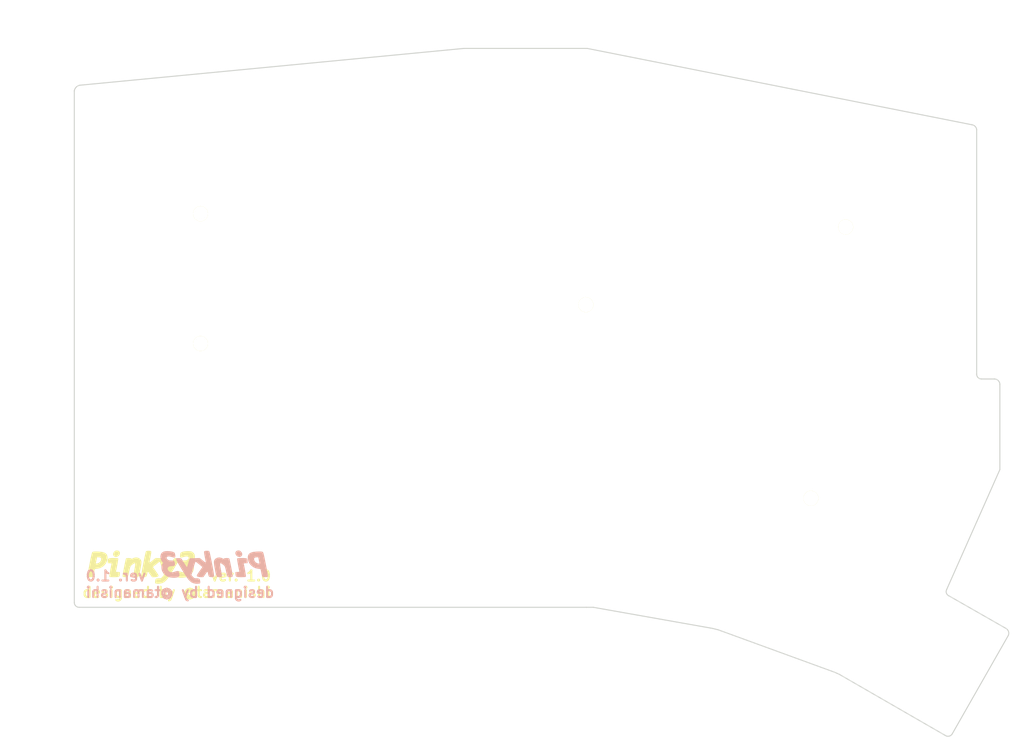
<source format=kicad_pcb>
(kicad_pcb (version 20171130) (host pcbnew "(5.0.1-3-g963ef8bb5)")

  (general
    (thickness 1.6)
    (drawings 29)
    (tracks 0)
    (zones 0)
    (modules 7)
    (nets 2)
  )

  (page A4)
  (title_block
    (title "Pinky3 Bottom Plate Design")
    (date 2018-12-23)
    (rev 0.3)
    (company @tamanishi)
  )

  (layers
    (0 F.Cu signal)
    (31 B.Cu signal)
    (32 B.Adhes user)
    (33 F.Adhes user)
    (34 B.Paste user)
    (35 F.Paste user)
    (36 B.SilkS user)
    (37 F.SilkS user)
    (38 B.Mask user)
    (39 F.Mask user)
    (40 Dwgs.User user)
    (41 Cmts.User user)
    (42 Eco1.User user)
    (43 Eco2.User user)
    (44 Edge.Cuts user)
    (45 Margin user)
    (46 B.CrtYd user)
    (47 F.CrtYd user)
    (48 B.Fab user)
    (49 F.Fab user)
  )

  (setup
    (last_trace_width 0.25)
    (user_trace_width 0.5)
    (trace_clearance 0.2)
    (zone_clearance 0.508)
    (zone_45_only no)
    (trace_min 0.2)
    (segment_width 0.15)
    (edge_width 0.15)
    (via_size 0.6)
    (via_drill 0.4)
    (via_min_size 0.4)
    (via_min_drill 0.3)
    (uvia_size 0.4)
    (uvia_drill 0.3)
    (uvias_allowed no)
    (uvia_min_size 0.4)
    (uvia_min_drill 0.3)
    (pcb_text_width 0.3)
    (pcb_text_size 1.5 1.5)
    (mod_edge_width 0.15)
    (mod_text_size 1 1)
    (mod_text_width 0.15)
    (pad_size 5 5)
    (pad_drill 4.8)
    (pad_to_mask_clearance 0.2)
    (solder_mask_min_width 0.25)
    (aux_axis_origin 41 54.3)
    (visible_elements FFFFE77F)
    (pcbplotparams
      (layerselection 0x010f0_ffffffff)
      (usegerberextensions false)
      (usegerberattributes false)
      (usegerberadvancedattributes false)
      (creategerberjobfile false)
      (excludeedgelayer true)
      (linewidth 0.100000)
      (plotframeref false)
      (viasonmask false)
      (mode 1)
      (useauxorigin false)
      (hpglpennumber 1)
      (hpglpenspeed 20)
      (hpglpendiameter 15.000000)
      (psnegative false)
      (psa4output false)
      (plotreference true)
      (plotvalue true)
      (plotinvisibletext false)
      (padsonsilk false)
      (subtractmaskfromsilk false)
      (outputformat 1)
      (mirror false)
      (drillshape 0)
      (scaleselection 1)
      (outputdirectory "Gerber/"))
  )

  (net 0 "")
  (net 1 GND)

  (net_class Default "This is the default net class."
    (clearance 0.2)
    (trace_width 0.25)
    (via_dia 0.6)
    (via_drill 0.4)
    (uvia_dia 0.4)
    (uvia_drill 0.3)
  )

  (module lib:HOLE_M2 (layer F.Cu) (tedit 5C1EE041) (tstamp 5BDF1C89)
    (at 59.5 97.6)
    (fp_text reference Ref** (at 0 -2) (layer F.SilkS) hide
      (effects (font (size 0.29972 0.29972) (thickness 0.07493)))
    )
    (fp_text value Val** (at 0 1.75) (layer F.SilkS) hide
      (effects (font (size 0.29972 0.29972) (thickness 0.0762)))
    )
    (pad "" np_thru_hole circle (at 0 0) (size 2.2 2.2) (drill 2.2) (layers *.Cu *.Mask F.SilkS)
      (clearance 0.85))
  )

  (module lib:HOLE_M2 (layer F.Cu) (tedit 5C1EE041) (tstamp 5BDF1C81)
    (at 59.5 78.55)
    (fp_text reference Ref** (at 0 -2) (layer F.SilkS) hide
      (effects (font (size 0.29972 0.29972) (thickness 0.07493)))
    )
    (fp_text value Val** (at 0 1.75) (layer F.SilkS) hide
      (effects (font (size 0.29972 0.29972) (thickness 0.0762)))
    )
    (pad "" np_thru_hole circle (at 0 0) (size 2.2 2.2) (drill 2.2) (layers *.Cu *.Mask F.SilkS)
      (clearance 0.85))
  )

  (module lib:HOLE_M2 (layer F.Cu) (tedit 5C1EE041) (tstamp 5C0A86C7)
    (at 149 120.3)
    (fp_text reference Ref** (at 0 -2) (layer F.SilkS) hide
      (effects (font (size 0.29972 0.29972) (thickness 0.07493)))
    )
    (fp_text value Val** (at 0 1.75) (layer F.SilkS) hide
      (effects (font (size 0.29972 0.29972) (thickness 0.0762)))
    )
    (pad "" np_thru_hole circle (at 0 0) (size 2.2 2.2) (drill 2.2) (layers *.Cu *.Mask F.SilkS)
      (clearance 0.85))
  )

  (module lib:HOLE_M2 (layer F.Cu) (tedit 5C1EE041) (tstamp 5BDF1C99)
    (at 116 91.9)
    (fp_text reference Ref** (at 0 -2) (layer F.SilkS) hide
      (effects (font (size 0.29972 0.29972) (thickness 0.07493)))
    )
    (fp_text value Val** (at 0 1.75) (layer F.SilkS) hide
      (effects (font (size 0.29972 0.29972) (thickness 0.0762)))
    )
    (pad "" np_thru_hole circle (at 0 0) (size 2.2 2.2) (drill 2.2) (layers *.Cu *.Mask F.SilkS)
      (clearance 0.85))
  )

  (module lib:HOLE_M2 (layer F.Cu) (tedit 5C1EE041) (tstamp 5C1F4FED)
    (at 154.1 80.5)
    (fp_text reference Ref** (at 0 -2) (layer F.SilkS) hide
      (effects (font (size 0.29972 0.29972) (thickness 0.07493)))
    )
    (fp_text value Val** (at 0 1.75) (layer F.SilkS) hide
      (effects (font (size 0.29972 0.29972) (thickness 0.0762)))
    )
    (pad "" np_thru_hole circle (at 0 0) (size 2.2 2.2) (drill 2.2) (layers *.Cu *.Mask F.SilkS)
      (clearance 0.85))
  )

  (module lib:pinky3 (layer B.Cu) (tedit 0) (tstamp 5C31D730)
    (at 61.5 130.4 180)
    (fp_text reference G*** (at 0 0 180) (layer B.SilkS) hide
      (effects (font (size 1.524 1.524) (thickness 0.3)) (justify mirror))
    )
    (fp_text value LOGO (at 0.75 0 180) (layer B.SilkS) hide
      (effects (font (size 1.524 1.524) (thickness 0.3)) (justify mirror))
    )
    (fp_poly (pts (xy -3.341841 2.400345) (xy -3.202176 2.298987) (xy -3.127329 2.153535) (xy -3.12007 1.983201)
      (xy -3.183166 1.807194) (xy -3.319388 1.644724) (xy -3.418767 1.572744) (xy -3.633118 1.485313)
      (xy -3.826454 1.494863) (xy -3.99011 1.597891) (xy -4.100092 1.76962) (xy -4.114703 1.959412)
      (xy -4.034953 2.153196) (xy -3.94208 2.265681) (xy -3.812069 2.377675) (xy -3.688628 2.427864)
      (xy -3.543554 2.4384) (xy -3.341841 2.400345)) (layer B.SilkS) (width 0.01))
    (fp_poly (pts (xy -0.482306 1.376166) (xy -0.251109 1.26555) (xy -0.172169 1.198329) (xy -0.075296 1.08678)
      (xy -0.010262 0.967467) (xy 0.024198 0.823746) (xy 0.029351 0.638972) (xy 0.006461 0.396503)
      (xy -0.043204 0.079693) (xy -0.074029 -0.091979) (xy -0.148844 -0.49881) (xy -0.209523 -0.81685)
      (xy -0.261481 -1.057009) (xy -0.310131 -1.230198) (xy -0.360888 -1.347327) (xy -0.419165 -1.419306)
      (xy -0.490375 -1.457046) (xy -0.579934 -1.471457) (xy -0.693255 -1.47345) (xy -0.759409 -1.4732)
      (xy -0.913398 -1.470639) (xy -1.02373 -1.454103) (xy -1.09409 -1.410308) (xy -1.128166 -1.325971)
      (xy -1.129645 -1.187809) (xy -1.102212 -0.98254) (xy -1.049556 -0.696879) (xy -1.0187 -0.539004)
      (xy -0.948236 -0.168361) (xy -0.900304 0.114328) (xy -0.87384 0.319932) (xy -0.867779 0.459319)
      (xy -0.881058 0.543358) (xy -0.909087 0.580917) (xy -0.975833 0.570451) (xy -1.092894 0.5098)
      (xy -1.234805 0.416453) (xy -1.376101 0.307901) (xy -1.491319 0.201635) (xy -1.532972 0.1524)
      (xy -1.578727 0.053293) (xy -1.635244 -0.124305) (xy -1.69638 -0.3587) (xy -1.755992 -0.628198)
      (xy -1.760868 -0.652411) (xy -1.815883 -0.90749) (xy -1.871402 -1.129796) (xy -1.921675 -1.298505)
      (xy -1.960953 -1.392798) (xy -1.967769 -1.401711) (xy -2.066486 -1.447558) (xy -2.223891 -1.47126)
      (xy -2.402827 -1.473024) (xy -2.566135 -1.453059) (xy -2.676658 -1.411569) (xy -2.691841 -1.397674)
      (xy -2.70874 -1.355301) (xy -2.712608 -1.275996) (xy -2.701948 -1.148644) (xy -2.675262 -0.962131)
      (xy -2.631054 -0.705344) (xy -2.567825 -0.367168) (xy -2.519044 -0.114974) (xy -2.451037 0.228252)
      (xy -2.386653 0.543121) (xy -2.329192 0.814279) (xy -2.281952 1.026375) (xy -2.248234 1.164053)
      (xy -2.235073 1.2065) (xy -2.199542 1.266794) (xy -2.140313 1.301227) (xy -2.032235 1.316867)
      (xy -1.850156 1.320782) (xy -1.828295 1.3208) (xy -1.623015 1.314638) (xy -1.501292 1.293919)
      (xy -1.445707 1.255297) (xy -1.441504 1.24651) (xy -1.406726 1.199459) (xy -1.340798 1.218533)
      (xy -1.303398 1.240849) (xy -1.030633 1.364649) (xy -0.749541 1.409477) (xy -0.482306 1.376166)) (layer B.SilkS) (width 0.01))
    (fp_poly (pts (xy -3.803067 1.319092) (xy -3.606005 1.312807) (xy -3.479164 1.300209) (xy -3.406871 1.279561)
      (xy -3.373459 1.249125) (xy -3.369948 1.241414) (xy -3.370941 1.172104) (xy -3.389134 1.022005)
      (xy -3.421246 0.809839) (xy -3.463998 0.554332) (xy -3.514109 0.274207) (xy -3.568298 -0.011811)
      (xy -3.623286 -0.284998) (xy -3.675792 -0.526629) (xy -3.691532 -0.59422) (xy -3.698453 -0.657051)
      (xy -3.666784 -0.69255) (xy -3.574863 -0.710891) (xy -3.421135 -0.72122) (xy -3.1242 -0.7366)
      (xy -3.135952 -1.010951) (xy -3.148699 -1.183663) (xy -3.179755 -1.30704) (xy -3.244057 -1.389342)
      (xy -3.356544 -1.438829) (xy -3.532152 -1.463762) (xy -3.785821 -1.4724) (xy -3.971868 -1.4732)
      (xy -4.248147 -1.47131) (xy -4.438776 -1.464425) (xy -4.559656 -1.450722) (xy -4.626689 -1.428376)
      (xy -4.655775 -1.395563) (xy -4.656105 -1.394718) (xy -4.654784 -1.327702) (xy -4.637389 -1.180715)
      (xy -4.607312 -0.973502) (xy -4.567945 -0.725812) (xy -4.52268 -0.45739) (xy -4.47491 -0.187982)
      (xy -4.428027 0.062664) (xy -4.385423 0.274803) (xy -4.35049 0.428688) (xy -4.33188 0.492634)
      (xy -4.358026 0.532466) (xy -4.475594 0.558477) (xy -4.605689 0.568834) (xy -4.9022 0.5842)
      (xy -4.895847 0.842382) (xy -4.888336 1.022499) (xy -4.866081 1.150572) (xy -4.814065 1.235473)
      (xy -4.71727 1.286074) (xy -4.560677 1.311247) (xy -4.329268 1.319865) (xy -4.086019 1.3208)
      (xy -3.803067 1.319092)) (layer B.SilkS) (width 0.01))
    (fp_poly (pts (xy -6.5913 2.284994) (xy -6.110983 2.269062) (xy -5.722103 2.220944) (xy -5.418523 2.136767)
      (xy -5.194105 2.01266) (xy -5.042711 1.844748) (xy -4.958205 1.629159) (xy -4.934447 1.36202)
      (xy -4.940307 1.243212) (xy -5.018676 0.872387) (xy -5.183754 0.53462) (xy -5.422792 0.242224)
      (xy -5.72304 0.007514) (xy -6.071747 -0.157196) (xy -6.456163 -0.239593) (xy -6.477521 -0.241446)
      (xy -6.65989 -0.260435) (xy -6.764446 -0.286602) (xy -6.814962 -0.328939) (xy -6.831395 -0.375318)
      (xy -6.852709 -0.482655) (xy -6.884298 -0.648559) (xy -6.910137 -0.7874) (xy -6.969529 -1.075438)
      (xy -7.026331 -1.273453) (xy -7.084594 -1.392805) (xy -7.144012 -1.443307) (xy -7.240918 -1.461384)
      (xy -7.391471 -1.470825) (xy -7.561029 -1.471826) (xy -7.714948 -1.464585) (xy -7.818584 -1.449302)
      (xy -7.840134 -1.439333) (xy -7.858874 -1.407561) (xy -7.868247 -1.351832) (xy -7.866869 -1.262634)
      (xy -7.853355 -1.130458) (xy -7.826323 -0.945796) (xy -7.784386 -0.699136) (xy -7.726161 -0.380969)
      (xy -7.650265 0.018213) (xy -7.56078 0.479873) (xy -7.547683 0.5461) (xy -6.652477 0.5461)
      (xy -6.613145 0.512686) (xy -6.508113 0.513906) (xy -6.366261 0.547282) (xy -6.284869 0.577653)
      (xy -6.063792 0.718902) (xy -5.915096 0.915512) (xy -5.857968 1.102015) (xy -5.857814 1.264656)
      (xy -5.918809 1.367378) (xy -6.054048 1.422051) (xy -6.230123 1.439375) (xy -6.470535 1.4478)
      (xy -6.560344 1.016) (xy -6.601149 0.816894) (xy -6.632849 0.656685) (xy -6.650483 0.560686)
      (xy -6.652477 0.5461) (xy -7.547683 0.5461) (xy -7.463829 0.97009) (xy -7.382031 1.367162)
      (xy -7.313708 1.678141) (xy -7.257183 1.910078) (xy -7.210778 2.070026) (xy -7.172814 2.165035)
      (xy -7.152828 2.194373) (xy -7.089723 2.239412) (xy -6.995241 2.267111) (xy -6.84687 2.281104)
      (xy -6.622101 2.285023) (xy -6.5913 2.284994)) (layer B.SilkS) (width 0.01))
    (fp_poly (pts (xy 7.095391 2.335455) (xy 7.322971 2.297945) (xy 7.458702 2.249947) (xy 7.677534 2.091276)
      (xy 7.816305 1.871124) (xy 7.872753 1.593364) (xy 7.874 1.540256) (xy 7.840438 1.228346)
      (xy 7.73115 0.960675) (xy 7.595732 0.772264) (xy 7.454467 0.604727) (xy 7.573813 0.47769)
      (xy 7.665574 0.316167) (xy 7.714239 0.091673) (xy 7.718542 -0.166178) (xy 7.677219 -0.427767)
      (xy 7.619767 -0.598882) (xy 7.469266 -0.851437) (xy 7.249832 -1.09677) (xy 6.991659 -1.305382)
      (xy 6.769554 -1.429523) (xy 6.576344 -1.488394) (xy 6.322157 -1.53177) (xy 6.043843 -1.556754)
      (xy 5.778252 -1.560447) (xy 5.562233 -1.539953) (xy 5.5118 -1.528432) (xy 5.300806 -1.466745)
      (xy 5.170761 -1.412185) (xy 5.104405 -1.345852) (xy 5.084475 -1.248844) (xy 5.09371 -1.102264)
      (xy 5.096646 -1.073862) (xy 5.119014 -0.897588) (xy 5.144177 -0.754087) (xy 5.160136 -0.693861)
      (xy 5.245021 -0.602144) (xy 5.397915 -0.577919) (xy 5.610394 -0.62174) (xy 5.708671 -0.657831)
      (xy 6.030305 -0.753372) (xy 6.307441 -0.763219) (xy 6.535341 -0.689001) (xy 6.709271 -0.532345)
      (xy 6.824497 -0.294882) (xy 6.831251 -0.271676) (xy 6.818314 -0.139591) (xy 6.740507 -0.021472)
      (xy 6.657565 0.058853) (xy 6.560631 0.105117) (xy 6.415906 0.129426) (xy 6.294163 0.138387)
      (xy 6.0478 0.153975) (xy 5.88613 0.173473) (xy 5.792468 0.20751) (xy 5.750128 0.266713)
      (xy 5.742427 0.361713) (xy 5.75113 0.484308) (xy 5.784958 0.706754) (xy 5.854179 0.849925)
      (xy 5.976921 0.929695) (xy 6.171308 0.961939) (xy 6.300222 0.9652) (xy 6.510458 0.9732)
      (xy 6.65275 1.00205) (xy 6.759843 1.059024) (xy 6.77527 1.07074) (xy 6.927295 1.217151)
      (xy 6.983266 1.344562) (xy 6.945554 1.459184) (xy 6.930375 1.477426) (xy 6.815768 1.550832)
      (xy 6.646301 1.570057) (xy 6.410726 1.535032) (xy 6.1828 1.472781) (xy 5.956673 1.410925)
      (xy 5.809659 1.396818) (xy 5.727917 1.437186) (xy 5.697608 1.53876) (xy 5.704582 1.705293)
      (xy 5.73099 1.879722) (xy 5.767466 2.025702) (xy 5.787952 2.076732) (xy 5.885852 2.165721)
      (xy 6.061914 2.239489) (xy 6.293518 2.295692) (xy 6.558045 2.331983) (xy 6.832876 2.34602)
      (xy 7.095391 2.335455)) (layer B.SilkS) (width 0.01))
    (fp_poly (pts (xy 1.297541 2.374133) (xy 1.421945 2.335953) (xy 1.46486 2.2987) (xy 1.475768 2.200777)
      (xy 1.457396 2.006142) (xy 1.409811 1.715354) (xy 1.367997 1.4986) (xy 1.316249 1.235911)
      (xy 1.272421 1.003675) (xy 1.240285 0.82263) (xy 1.223614 0.713514) (xy 1.22215 0.696821)
      (xy 1.245353 0.674814) (xy 1.322681 0.709769) (xy 1.460907 0.805793) (xy 1.6637 0.964487)
      (xy 2.1082 1.322732) (xy 2.843123 1.309066) (xy 3.578047 1.2954) (xy 3.76169 0.6858)
      (xy 3.833886 0.44675) (xy 3.896807 0.239532) (xy 3.94393 0.085553) (xy 3.96873 0.00622)
      (xy 3.969352 0.004343) (xy 4.002528 0.019082) (xy 4.078154 0.109977) (xy 4.187706 0.2653)
      (xy 4.322656 0.473321) (xy 4.39401 0.588543) (xy 4.53743 0.820256) (xy 4.665493 1.021312)
      (xy 4.767585 1.175489) (xy 4.833094 1.266564) (xy 4.848424 1.283101) (xy 4.924137 1.30111)
      (xy 5.068545 1.310061) (xy 5.2324 1.308501) (xy 5.41068 1.298646) (xy 5.511294 1.280449)
      (xy 5.558166 1.244171) (xy 5.57522 1.180075) (xy 5.576582 1.1684) (xy 5.560713 1.093036)
      (xy 5.501 0.957093) (xy 5.394716 0.755594) (xy 5.239138 0.483562) (xy 5.031539 0.136018)
      (xy 4.839062 -0.178814) (xy 4.591617 -0.580261) (xy 4.390393 -0.905402) (xy 4.228494 -1.164539)
      (xy 4.099022 -1.367976) (xy 3.995081 -1.526015) (xy 3.909774 -1.648958) (xy 3.836204 -1.747108)
      (xy 3.767474 -1.830768) (xy 3.696687 -1.910241) (xy 3.637007 -1.974458) (xy 3.36149 -2.213134)
      (xy 3.058474 -2.362543) (xy 2.708834 -2.430752) (xy 2.54 -2.437125) (xy 2.345548 -2.431335)
      (xy 2.186439 -2.416326) (xy 2.093958 -2.395195) (xy 2.08894 -2.39247) (xy 2.051825 -2.316694)
      (xy 2.043325 -2.179294) (xy 2.059279 -2.014812) (xy 2.095524 -1.857791) (xy 2.147898 -1.742774)
      (xy 2.170198 -1.718055) (xy 2.271886 -1.678501) (xy 2.447071 -1.655253) (xy 2.578977 -1.651)
      (xy 2.758509 -1.647981) (xy 2.874982 -1.627643) (xy 2.96694 -1.573063) (xy 3.072923 -1.467316)
      (xy 3.123245 -1.412013) (xy 3.33971 -1.173027) (xy 3.056377 -0.178699) (xy 2.948347 0.191445)
      (xy 2.861576 0.468089) (xy 2.794124 0.656648) (xy 2.744046 0.762536) (xy 2.709401 0.79117)
      (xy 2.70855 0.79088) (xy 2.643219 0.750204) (xy 2.523813 0.662831) (xy 2.369195 0.543906)
      (xy 2.198232 0.40857) (xy 2.02979 0.271968) (xy 1.882734 0.149242) (xy 1.77593 0.055534)
      (xy 1.728244 0.005989) (xy 1.727356 0.003302) (xy 1.755633 -0.046114) (xy 1.833037 -0.161576)
      (xy 1.948611 -0.327201) (xy 2.091396 -0.527106) (xy 2.132686 -0.5842) (xy 2.281906 -0.795612)
      (xy 2.406531 -0.982874) (xy 2.495348 -1.128321) (xy 2.537143 -1.214293) (xy 2.53893 -1.224026)
      (xy 2.503169 -1.342308) (xy 2.388077 -1.421295) (xy 2.187437 -1.463723) (xy 1.972491 -1.4732)
      (xy 1.590782 -1.4732) (xy 1.282359 -1.038421) (xy 1.139961 -0.838657) (xy 1.0448 -0.721406)
      (xy 0.982971 -0.688036) (xy 0.940571 -0.739917) (xy 0.903696 -0.878417) (xy 0.863464 -1.079657)
      (xy 0.813788 -1.270709) (xy 0.742058 -1.388353) (xy 0.625399 -1.449634) (xy 0.440936 -1.471598)
      (xy 0.335327 -1.4732) (xy 0.157176 -1.464638) (xy 0.054675 -1.434464) (xy 0.007104 -1.3843)
      (xy 0.005628 -1.315043) (xy 0.022711 -1.160321) (xy 0.055696 -0.934028) (xy 0.101927 -0.650059)
      (xy 0.158746 -0.322309) (xy 0.223497 0.035327) (xy 0.293524 0.408956) (xy 0.366169 0.784681)
      (xy 0.438776 1.148608) (xy 0.508689 1.486843) (xy 0.57325 1.785491) (xy 0.629803 2.030656)
      (xy 0.675692 2.208444) (xy 0.708258 2.304961) (xy 0.714479 2.315352) (xy 0.804984 2.363283)
      (xy 0.955022 2.388554) (xy 1.130554 2.391918) (xy 1.297541 2.374133)) (layer B.SilkS) (width 0.01))
  )

  (module lib:pinky3 (layer F.Cu) (tedit 0) (tstamp 5C31D788)
    (at 50.8 130.4)
    (fp_text reference G*** (at 0 0) (layer F.SilkS) hide
      (effects (font (size 1.524 1.524) (thickness 0.3)))
    )
    (fp_text value LOGO (at 0.75 0) (layer F.SilkS) hide
      (effects (font (size 1.524 1.524) (thickness 0.3)))
    )
    (fp_poly (pts (xy -3.341841 -2.400345) (xy -3.202176 -2.298987) (xy -3.127329 -2.153535) (xy -3.12007 -1.983201)
      (xy -3.183166 -1.807194) (xy -3.319388 -1.644724) (xy -3.418767 -1.572744) (xy -3.633118 -1.485313)
      (xy -3.826454 -1.494863) (xy -3.99011 -1.597891) (xy -4.100092 -1.76962) (xy -4.114703 -1.959412)
      (xy -4.034953 -2.153196) (xy -3.94208 -2.265681) (xy -3.812069 -2.377675) (xy -3.688628 -2.427864)
      (xy -3.543554 -2.4384) (xy -3.341841 -2.400345)) (layer F.SilkS) (width 0.01))
    (fp_poly (pts (xy -0.482306 -1.376166) (xy -0.251109 -1.26555) (xy -0.172169 -1.198329) (xy -0.075296 -1.08678)
      (xy -0.010262 -0.967467) (xy 0.024198 -0.823746) (xy 0.029351 -0.638972) (xy 0.006461 -0.396503)
      (xy -0.043204 -0.079693) (xy -0.074029 0.091979) (xy -0.148844 0.49881) (xy -0.209523 0.81685)
      (xy -0.261481 1.057009) (xy -0.310131 1.230198) (xy -0.360888 1.347327) (xy -0.419165 1.419306)
      (xy -0.490375 1.457046) (xy -0.579934 1.471457) (xy -0.693255 1.47345) (xy -0.759409 1.4732)
      (xy -0.913398 1.470639) (xy -1.02373 1.454103) (xy -1.09409 1.410308) (xy -1.128166 1.325971)
      (xy -1.129645 1.187809) (xy -1.102212 0.98254) (xy -1.049556 0.696879) (xy -1.0187 0.539004)
      (xy -0.948236 0.168361) (xy -0.900304 -0.114328) (xy -0.87384 -0.319932) (xy -0.867779 -0.459319)
      (xy -0.881058 -0.543358) (xy -0.909087 -0.580917) (xy -0.975833 -0.570451) (xy -1.092894 -0.5098)
      (xy -1.234805 -0.416453) (xy -1.376101 -0.307901) (xy -1.491319 -0.201635) (xy -1.532972 -0.1524)
      (xy -1.578727 -0.053293) (xy -1.635244 0.124305) (xy -1.69638 0.3587) (xy -1.755992 0.628198)
      (xy -1.760868 0.652411) (xy -1.815883 0.90749) (xy -1.871402 1.129796) (xy -1.921675 1.298505)
      (xy -1.960953 1.392798) (xy -1.967769 1.401711) (xy -2.066486 1.447558) (xy -2.223891 1.47126)
      (xy -2.402827 1.473024) (xy -2.566135 1.453059) (xy -2.676658 1.411569) (xy -2.691841 1.397674)
      (xy -2.70874 1.355301) (xy -2.712608 1.275996) (xy -2.701948 1.148644) (xy -2.675262 0.962131)
      (xy -2.631054 0.705344) (xy -2.567825 0.367168) (xy -2.519044 0.114974) (xy -2.451037 -0.228252)
      (xy -2.386653 -0.543121) (xy -2.329192 -0.814279) (xy -2.281952 -1.026375) (xy -2.248234 -1.164053)
      (xy -2.235073 -1.2065) (xy -2.199542 -1.266794) (xy -2.140313 -1.301227) (xy -2.032235 -1.316867)
      (xy -1.850156 -1.320782) (xy -1.828295 -1.3208) (xy -1.623015 -1.314638) (xy -1.501292 -1.293919)
      (xy -1.445707 -1.255297) (xy -1.441504 -1.24651) (xy -1.406726 -1.199459) (xy -1.340798 -1.218533)
      (xy -1.303398 -1.240849) (xy -1.030633 -1.364649) (xy -0.749541 -1.409477) (xy -0.482306 -1.376166)) (layer F.SilkS) (width 0.01))
    (fp_poly (pts (xy -3.803067 -1.319092) (xy -3.606005 -1.312807) (xy -3.479164 -1.300209) (xy -3.406871 -1.279561)
      (xy -3.373459 -1.249125) (xy -3.369948 -1.241414) (xy -3.370941 -1.172104) (xy -3.389134 -1.022005)
      (xy -3.421246 -0.809839) (xy -3.463998 -0.554332) (xy -3.514109 -0.274207) (xy -3.568298 0.011811)
      (xy -3.623286 0.284998) (xy -3.675792 0.526629) (xy -3.691532 0.59422) (xy -3.698453 0.657051)
      (xy -3.666784 0.69255) (xy -3.574863 0.710891) (xy -3.421135 0.72122) (xy -3.1242 0.7366)
      (xy -3.135952 1.010951) (xy -3.148699 1.183663) (xy -3.179755 1.30704) (xy -3.244057 1.389342)
      (xy -3.356544 1.438829) (xy -3.532152 1.463762) (xy -3.785821 1.4724) (xy -3.971868 1.4732)
      (xy -4.248147 1.47131) (xy -4.438776 1.464425) (xy -4.559656 1.450722) (xy -4.626689 1.428376)
      (xy -4.655775 1.395563) (xy -4.656105 1.394718) (xy -4.654784 1.327702) (xy -4.637389 1.180715)
      (xy -4.607312 0.973502) (xy -4.567945 0.725812) (xy -4.52268 0.45739) (xy -4.47491 0.187982)
      (xy -4.428027 -0.062664) (xy -4.385423 -0.274803) (xy -4.35049 -0.428688) (xy -4.33188 -0.492634)
      (xy -4.358026 -0.532466) (xy -4.475594 -0.558477) (xy -4.605689 -0.568834) (xy -4.9022 -0.5842)
      (xy -4.895847 -0.842382) (xy -4.888336 -1.022499) (xy -4.866081 -1.150572) (xy -4.814065 -1.235473)
      (xy -4.71727 -1.286074) (xy -4.560677 -1.311247) (xy -4.329268 -1.319865) (xy -4.086019 -1.3208)
      (xy -3.803067 -1.319092)) (layer F.SilkS) (width 0.01))
    (fp_poly (pts (xy -6.5913 -2.284994) (xy -6.110983 -2.269062) (xy -5.722103 -2.220944) (xy -5.418523 -2.136767)
      (xy -5.194105 -2.01266) (xy -5.042711 -1.844748) (xy -4.958205 -1.629159) (xy -4.934447 -1.36202)
      (xy -4.940307 -1.243212) (xy -5.018676 -0.872387) (xy -5.183754 -0.53462) (xy -5.422792 -0.242224)
      (xy -5.72304 -0.007514) (xy -6.071747 0.157196) (xy -6.456163 0.239593) (xy -6.477521 0.241446)
      (xy -6.65989 0.260435) (xy -6.764446 0.286602) (xy -6.814962 0.328939) (xy -6.831395 0.375318)
      (xy -6.852709 0.482655) (xy -6.884298 0.648559) (xy -6.910137 0.7874) (xy -6.969529 1.075438)
      (xy -7.026331 1.273453) (xy -7.084594 1.392805) (xy -7.144012 1.443307) (xy -7.240918 1.461384)
      (xy -7.391471 1.470825) (xy -7.561029 1.471826) (xy -7.714948 1.464585) (xy -7.818584 1.449302)
      (xy -7.840134 1.439333) (xy -7.858874 1.407561) (xy -7.868247 1.351832) (xy -7.866869 1.262634)
      (xy -7.853355 1.130458) (xy -7.826323 0.945796) (xy -7.784386 0.699136) (xy -7.726161 0.380969)
      (xy -7.650265 -0.018213) (xy -7.56078 -0.479873) (xy -7.547683 -0.5461) (xy -6.652477 -0.5461)
      (xy -6.613145 -0.512686) (xy -6.508113 -0.513906) (xy -6.366261 -0.547282) (xy -6.284869 -0.577653)
      (xy -6.063792 -0.718902) (xy -5.915096 -0.915512) (xy -5.857968 -1.102015) (xy -5.857814 -1.264656)
      (xy -5.918809 -1.367378) (xy -6.054048 -1.422051) (xy -6.230123 -1.439375) (xy -6.470535 -1.4478)
      (xy -6.560344 -1.016) (xy -6.601149 -0.816894) (xy -6.632849 -0.656685) (xy -6.650483 -0.560686)
      (xy -6.652477 -0.5461) (xy -7.547683 -0.5461) (xy -7.463829 -0.97009) (xy -7.382031 -1.367162)
      (xy -7.313708 -1.678141) (xy -7.257183 -1.910078) (xy -7.210778 -2.070026) (xy -7.172814 -2.165035)
      (xy -7.152828 -2.194373) (xy -7.089723 -2.239412) (xy -6.995241 -2.267111) (xy -6.84687 -2.281104)
      (xy -6.622101 -2.285023) (xy -6.5913 -2.284994)) (layer F.SilkS) (width 0.01))
    (fp_poly (pts (xy 7.095391 -2.335455) (xy 7.322971 -2.297945) (xy 7.458702 -2.249947) (xy 7.677534 -2.091276)
      (xy 7.816305 -1.871124) (xy 7.872753 -1.593364) (xy 7.874 -1.540256) (xy 7.840438 -1.228346)
      (xy 7.73115 -0.960675) (xy 7.595732 -0.772264) (xy 7.454467 -0.604727) (xy 7.573813 -0.47769)
      (xy 7.665574 -0.316167) (xy 7.714239 -0.091673) (xy 7.718542 0.166178) (xy 7.677219 0.427767)
      (xy 7.619767 0.598882) (xy 7.469266 0.851437) (xy 7.249832 1.09677) (xy 6.991659 1.305382)
      (xy 6.769554 1.429523) (xy 6.576344 1.488394) (xy 6.322157 1.53177) (xy 6.043843 1.556754)
      (xy 5.778252 1.560447) (xy 5.562233 1.539953) (xy 5.5118 1.528432) (xy 5.300806 1.466745)
      (xy 5.170761 1.412185) (xy 5.104405 1.345852) (xy 5.084475 1.248844) (xy 5.09371 1.102264)
      (xy 5.096646 1.073862) (xy 5.119014 0.897588) (xy 5.144177 0.754087) (xy 5.160136 0.693861)
      (xy 5.245021 0.602144) (xy 5.397915 0.577919) (xy 5.610394 0.62174) (xy 5.708671 0.657831)
      (xy 6.030305 0.753372) (xy 6.307441 0.763219) (xy 6.535341 0.689001) (xy 6.709271 0.532345)
      (xy 6.824497 0.294882) (xy 6.831251 0.271676) (xy 6.818314 0.139591) (xy 6.740507 0.021472)
      (xy 6.657565 -0.058853) (xy 6.560631 -0.105117) (xy 6.415906 -0.129426) (xy 6.294163 -0.138387)
      (xy 6.0478 -0.153975) (xy 5.88613 -0.173473) (xy 5.792468 -0.20751) (xy 5.750128 -0.266713)
      (xy 5.742427 -0.361713) (xy 5.75113 -0.484308) (xy 5.784958 -0.706754) (xy 5.854179 -0.849925)
      (xy 5.976921 -0.929695) (xy 6.171308 -0.961939) (xy 6.300222 -0.9652) (xy 6.510458 -0.9732)
      (xy 6.65275 -1.00205) (xy 6.759843 -1.059024) (xy 6.77527 -1.07074) (xy 6.927295 -1.217151)
      (xy 6.983266 -1.344562) (xy 6.945554 -1.459184) (xy 6.930375 -1.477426) (xy 6.815768 -1.550832)
      (xy 6.646301 -1.570057) (xy 6.410726 -1.535032) (xy 6.1828 -1.472781) (xy 5.956673 -1.410925)
      (xy 5.809659 -1.396818) (xy 5.727917 -1.437186) (xy 5.697608 -1.53876) (xy 5.704582 -1.705293)
      (xy 5.73099 -1.879722) (xy 5.767466 -2.025702) (xy 5.787952 -2.076732) (xy 5.885852 -2.165721)
      (xy 6.061914 -2.239489) (xy 6.293518 -2.295692) (xy 6.558045 -2.331983) (xy 6.832876 -2.34602)
      (xy 7.095391 -2.335455)) (layer F.SilkS) (width 0.01))
    (fp_poly (pts (xy 1.297541 -2.374133) (xy 1.421945 -2.335953) (xy 1.46486 -2.2987) (xy 1.475768 -2.200777)
      (xy 1.457396 -2.006142) (xy 1.409811 -1.715354) (xy 1.367997 -1.4986) (xy 1.316249 -1.235911)
      (xy 1.272421 -1.003675) (xy 1.240285 -0.82263) (xy 1.223614 -0.713514) (xy 1.22215 -0.696821)
      (xy 1.245353 -0.674814) (xy 1.322681 -0.709769) (xy 1.460907 -0.805793) (xy 1.6637 -0.964487)
      (xy 2.1082 -1.322732) (xy 2.843123 -1.309066) (xy 3.578047 -1.2954) (xy 3.76169 -0.6858)
      (xy 3.833886 -0.44675) (xy 3.896807 -0.239532) (xy 3.94393 -0.085553) (xy 3.96873 -0.00622)
      (xy 3.969352 -0.004343) (xy 4.002528 -0.019082) (xy 4.078154 -0.109977) (xy 4.187706 -0.2653)
      (xy 4.322656 -0.473321) (xy 4.39401 -0.588543) (xy 4.53743 -0.820256) (xy 4.665493 -1.021312)
      (xy 4.767585 -1.175489) (xy 4.833094 -1.266564) (xy 4.848424 -1.283101) (xy 4.924137 -1.30111)
      (xy 5.068545 -1.310061) (xy 5.2324 -1.308501) (xy 5.41068 -1.298646) (xy 5.511294 -1.280449)
      (xy 5.558166 -1.244171) (xy 5.57522 -1.180075) (xy 5.576582 -1.1684) (xy 5.560713 -1.093036)
      (xy 5.501 -0.957093) (xy 5.394716 -0.755594) (xy 5.239138 -0.483562) (xy 5.031539 -0.136018)
      (xy 4.839062 0.178814) (xy 4.591617 0.580261) (xy 4.390393 0.905402) (xy 4.228494 1.164539)
      (xy 4.099022 1.367976) (xy 3.995081 1.526015) (xy 3.909774 1.648958) (xy 3.836204 1.747108)
      (xy 3.767474 1.830768) (xy 3.696687 1.910241) (xy 3.637007 1.974458) (xy 3.36149 2.213134)
      (xy 3.058474 2.362543) (xy 2.708834 2.430752) (xy 2.54 2.437125) (xy 2.345548 2.431335)
      (xy 2.186439 2.416326) (xy 2.093958 2.395195) (xy 2.08894 2.39247) (xy 2.051825 2.316694)
      (xy 2.043325 2.179294) (xy 2.059279 2.014812) (xy 2.095524 1.857791) (xy 2.147898 1.742774)
      (xy 2.170198 1.718055) (xy 2.271886 1.678501) (xy 2.447071 1.655253) (xy 2.578977 1.651)
      (xy 2.758509 1.647981) (xy 2.874982 1.627643) (xy 2.96694 1.573063) (xy 3.072923 1.467316)
      (xy 3.123245 1.412013) (xy 3.33971 1.173027) (xy 3.056377 0.178699) (xy 2.948347 -0.191445)
      (xy 2.861576 -0.468089) (xy 2.794124 -0.656648) (xy 2.744046 -0.762536) (xy 2.709401 -0.79117)
      (xy 2.70855 -0.79088) (xy 2.643219 -0.750204) (xy 2.523813 -0.662831) (xy 2.369195 -0.543906)
      (xy 2.198232 -0.40857) (xy 2.02979 -0.271968) (xy 1.882734 -0.149242) (xy 1.77593 -0.055534)
      (xy 1.728244 -0.005989) (xy 1.727356 -0.003302) (xy 1.755633 0.046114) (xy 1.833037 0.161576)
      (xy 1.948611 0.327201) (xy 2.091396 0.527106) (xy 2.132686 0.5842) (xy 2.281906 0.795612)
      (xy 2.406531 0.982874) (xy 2.495348 1.128321) (xy 2.537143 1.214293) (xy 2.53893 1.224026)
      (xy 2.503169 1.342308) (xy 2.388077 1.421295) (xy 2.187437 1.463723) (xy 1.972491 1.4732)
      (xy 1.590782 1.4732) (xy 1.282359 1.038421) (xy 1.139961 0.838657) (xy 1.0448 0.721406)
      (xy 0.982971 0.688036) (xy 0.940571 0.739917) (xy 0.903696 0.878417) (xy 0.863464 1.079657)
      (xy 0.813788 1.270709) (xy 0.742058 1.388353) (xy 0.625399 1.449634) (xy 0.440936 1.471598)
      (xy 0.335327 1.4732) (xy 0.157176 1.464638) (xy 0.054675 1.434464) (xy 0.007104 1.3843)
      (xy 0.005628 1.315043) (xy 0.022711 1.160321) (xy 0.055696 0.934028) (xy 0.101927 0.650059)
      (xy 0.158746 0.322309) (xy 0.223497 -0.035327) (xy 0.293524 -0.408956) (xy 0.366169 -0.784681)
      (xy 0.438776 -1.148608) (xy 0.508689 -1.486843) (xy 0.57325 -1.785491) (xy 0.629803 -2.030656)
      (xy 0.675692 -2.208444) (xy 0.708258 -2.304961) (xy 0.714479 -2.315352) (xy 0.804984 -2.363283)
      (xy 0.955022 -2.388554) (xy 1.130554 -2.391918) (xy 1.297541 -2.374133)) (layer F.SilkS) (width 0.01))
  )

  (gr_text "ver. 1.0\ndesigned by @tamanishi" (at 42.5 132.9) (layer B.SilkS) (tstamp 5C1F5076)
    (effects (font (size 1.5 1.5) (thickness 0.3)) (justify right mirror))
  )
  (gr_text "ver. 1.0\ndesigned by @tamanishi" (at 70 132.9) (layer F.SilkS)
    (effects (font (size 1.5 1.5) (thickness 0.3)) (justify right))
  )
  (dimension 100.8 (width 0.3) (layer F.CrtYd)
    (gr_text "100.800 mm" (at 35.637587 104.7 270) (layer F.CrtYd)
      (effects (font (size 1.5 1.5) (thickness 0.3)))
    )
    (feature1 (pts (xy 41 155.1) (xy 37.151166 155.1)))
    (feature2 (pts (xy 41 54.3) (xy 37.151166 54.3)))
    (crossbar (pts (xy 37.737587 54.3) (xy 37.737587 155.1)))
    (arrow1a (pts (xy 37.737587 155.1) (xy 37.151166 153.973496)))
    (arrow1b (pts (xy 37.737587 155.1) (xy 38.324008 153.973496)))
    (arrow2a (pts (xy 37.737587 54.3) (xy 37.151166 55.426504)))
    (arrow2b (pts (xy 37.737587 54.3) (xy 38.324008 55.426504)))
  )
  (gr_arc (start 174 102.1) (end 173.3 102.1) (angle -90) (layer Edge.Cuts) (width 0.15) (tstamp 5C1DE061))
  (gr_line (start 176.7 103.6) (end 176.7 116.1) (layer Edge.Cuts) (width 0.15))
  (gr_line (start 174 102.8) (end 175.9 102.8) (layer Edge.Cuts) (width 0.15))
  (gr_line (start 116.1 136.3) (end 41.7 136.3) (layer Edge.Cuts) (width 0.15))
  (gr_line (start 116.1 136.3) (end 117.1 136.3) (layer Edge.Cuts) (width 0.15))
  (gr_line (start 168.9 133.7) (end 176.7 116.1) (layer Edge.Cuts) (width 0.15))
  (dimension 139.1 (width 0.3) (layer F.CrtYd)
    (gr_text "139.100 mm" (at 110.55 48.3) (layer F.CrtYd)
      (effects (font (size 1.5 1.5) (thickness 0.3)))
    )
    (feature1 (pts (xy 180.1 54.3) (xy 180.1 49.813579)))
    (feature2 (pts (xy 41 54.3) (xy 41 49.813579)))
    (crossbar (pts (xy 41 50.4) (xy 180.1 50.4)))
    (arrow1a (pts (xy 180.1 50.4) (xy 178.973496 50.986421)))
    (arrow1b (pts (xy 180.1 50.4) (xy 178.973496 49.813579)))
    (arrow2a (pts (xy 41 50.4) (xy 42.126504 50.986421)))
    (arrow2b (pts (xy 41 50.4) (xy 42.126504 49.813579)))
  )
  (gr_arc (start 41.999999 60.699999) (end 41.8 59.7) (angle -69.2) (layer Edge.Cuts) (width 0.15))
  (gr_arc (start 172.5 66.3) (end 173.3 66.2) (angle -75.7) (layer Edge.Cuts) (width 0.15))
  (gr_arc (start 175.9 103.6) (end 176.7 103.6) (angle -90) (layer Edge.Cuts) (width 0.15) (tstamp 5C024767))
  (gr_arc (start 169.1 154.5) (end 168.7 155.1) (angle -90) (layer Edge.Cuts) (width 0.15))
  (gr_arc (start 177.2 140.1) (end 177.9 140.5) (angle -90) (layer Edge.Cuts) (width 0.15))
  (gr_arc (start 41.7 135.6) (end 41 135.6) (angle -90) (layer Edge.Cuts) (width 0.15))
  (gr_line (start 152.4 145.8) (end 153.1 146.1) (layer Edge.Cuts) (width 0.15))
  (gr_arc (start 169.5 134) (end 168.9 133.7) (angle -90) (layer Edge.Cuts) (width 0.15))
  (gr_line (start 134.6 139.4) (end 135.4 139.6) (layer Edge.Cuts) (width 0.15))
  (gr_line (start 153.1 146.1) (end 168.7 155.1) (layer Edge.Cuts) (width 0.15))
  (gr_line (start 135.4 139.6) (end 152.4 145.8) (layer Edge.Cuts) (width 0.15))
  (gr_line (start 117.1 136.3) (end 134.6 139.4) (layer Edge.Cuts) (width 0.15))
  (gr_line (start 177.9 140.5) (end 169.7 154.9) (layer Edge.Cuts) (width 0.15))
  (gr_line (start 169.2 134.6) (end 177.6 139.4) (layer Edge.Cuts) (width 0.15))
  (gr_line (start 173.3 66.2) (end 173.3 102.1) (layer Edge.Cuts) (width 0.15))
  (gr_line (start 116.2 54.3) (end 172.6 65.5) (layer Edge.Cuts) (width 0.15))
  (gr_line (start 98.1 54.3) (end 116.2 54.3) (layer Edge.Cuts) (width 0.15))
  (gr_line (start 41.8 59.7) (end 98.1 54.3) (layer Edge.Cuts) (width 0.15))
  (gr_line (start 41 135.6) (end 41 60.5) (layer Edge.Cuts) (width 0.15))

  (zone (net 1) (net_name GND) (layer F.Cu) (tstamp 5BFDCBA1) (hatch edge 0.508)
    (connect_pads (clearance 0.3))
    (min_thickness 0.254)
    (fill yes (arc_segments 16) (thermal_gap 0.508) (thermal_bridge_width 0.508))
    (polygon
      (pts
        (xy 39.5 59.2) (xy 39.5 137.1) (xy 117.1 137.1) (xy 136 140.3) (xy 152.9 146.7)
        (xy 169.6 156.2) (xy 179.2 139.5) (xy 169.6 134.1) (xy 177.5 116.4) (xy 177.5 102)
        (xy 174.4 102) (xy 174.3 64.7) (xy 116.3 53) (xy 98 53)
      )
    )
  )
  (zone (net 1) (net_name GND) (layer B.Cu) (tstamp 5BFDCB9E) (hatch edge 0.508)
    (connect_pads (clearance 0.3))
    (min_thickness 0.254)
    (fill yes (arc_segments 16) (thermal_gap 0.508) (thermal_bridge_width 0.508))
    (polygon
      (pts
        (xy 39.5 59.1) (xy 39.5 137.1) (xy 117.1 137.1) (xy 136 140.3) (xy 152.9 146.7)
        (xy 169.6 156.2) (xy 179.2 139.5) (xy 169.6 134.1) (xy 177.5 116.3) (xy 177.5 102)
        (xy 174.4 102) (xy 174.3 64.7) (xy 116.3 53) (xy 98 53)
      )
    )
  )
)

</source>
